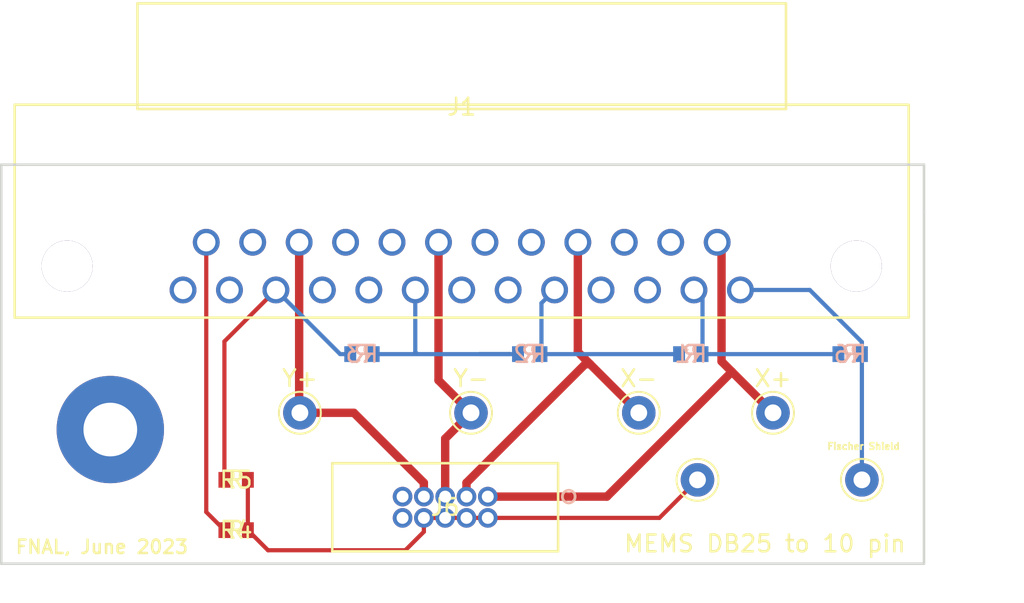
<source format=kicad_pcb>
(kicad_pcb (version 20171130) (host pcbnew "(5.1.10-1-10_14)")

  (general
    (thickness 1.6)
    (drawings 8)
    (tracks 58)
    (zones 0)
    (modules 15)
    (nets 12)
  )

  (page A4)
  (layers
    (0 F.Cu signal)
    (31 B.Cu signal)
    (32 B.Adhes user)
    (33 F.Adhes user)
    (34 B.Paste user)
    (35 F.Paste user)
    (36 B.SilkS user)
    (37 F.SilkS user)
    (38 B.Mask user)
    (39 F.Mask user)
    (40 Dwgs.User user)
    (41 Cmts.User user hide)
    (42 Eco1.User user)
    (43 Eco2.User user)
    (44 Edge.Cuts user)
    (45 Margin user)
    (46 B.CrtYd user)
    (47 F.CrtYd user)
    (48 B.Fab user)
    (49 F.Fab user)
  )

  (setup
    (last_trace_width 0.25)
    (trace_clearance 0.2)
    (zone_clearance 0.508)
    (zone_45_only no)
    (trace_min 0.2)
    (via_size 0.8)
    (via_drill 0.4)
    (via_min_size 0.4)
    (via_min_drill 0.3)
    (uvia_size 0.3)
    (uvia_drill 0.1)
    (uvias_allowed no)
    (uvia_min_size 0.2)
    (uvia_min_drill 0.1)
    (edge_width 0.05)
    (segment_width 0.2)
    (pcb_text_width 0.3)
    (pcb_text_size 1.5 1.5)
    (mod_edge_width 0.12)
    (mod_text_size 1 1)
    (mod_text_width 0.15)
    (pad_size 1.524 1.524)
    (pad_drill 0.762)
    (pad_to_mask_clearance 0)
    (aux_axis_origin 0 0)
    (visible_elements FFFFFF7F)
    (pcbplotparams
      (layerselection 0x010fc_ffffffff)
      (usegerberextensions false)
      (usegerberattributes true)
      (usegerberadvancedattributes true)
      (creategerberjobfile true)
      (excludeedgelayer true)
      (linewidth 0.100000)
      (plotframeref false)
      (viasonmask false)
      (mode 1)
      (useauxorigin false)
      (hpglpennumber 1)
      (hpglpenspeed 20)
      (hpglpendiameter 15.000000)
      (psnegative false)
      (psa4output false)
      (plotreference true)
      (plotvalue true)
      (plotinvisibletext false)
      (padsonsilk false)
      (subtractmaskfromsilk false)
      (outputformat 1)
      (mirror false)
      (drillshape 1)
      (scaleselection 1)
      (outputdirectory ""))
  )

  (net 0 "")
  (net 1 "Net-(J1-Pad25)")
  (net 2 "Net-(J1-Pad22)")
  (net 3 "Net-(J1-Pad19)")
  (net 4 "Net-(J1-Pad16)")
  (net 5 "Net-(J1-Pad14)")
  (net 6 "Net-(J1-Pad13)")
  (net 7 "Net-(J1-Pad12)")
  (net 8 "Net-(J1-Pad9)")
  (net 9 "Net-(J1-Pad6)")
  (net 10 "Net-(J1-Pad3)")
  (net 11 "Net-(J6-Pad2)")

  (net_class Default "This is the default net class."
    (clearance 0.2)
    (trace_width 0.25)
    (via_dia 0.8)
    (via_drill 0.4)
    (uvia_dia 0.3)
    (uvia_drill 0.1)
    (add_net "Net-(J1-Pad12)")
    (add_net "Net-(J1-Pad13)")
    (add_net "Net-(J1-Pad14)")
    (add_net "Net-(J1-Pad16)")
    (add_net "Net-(J1-Pad19)")
    (add_net "Net-(J1-Pad22)")
    (add_net "Net-(J1-Pad25)")
    (add_net "Net-(J1-Pad3)")
    (add_net "Net-(J1-Pad6)")
    (add_net "Net-(J1-Pad9)")
    (add_net "Net-(J6-Pad2)")
  )

  (module digikey_resistor_RMCF0603ZT0R00:digikey_resistor_RMCF0603ZT0R00 (layer B.Cu) (tedit 0) (tstamp 649AF00F)
    (at 181.6 90.5)
    (path /649AC217)
    (fp_text reference R6 (at 0 0) (layer B.SilkS)
      (effects (font (size 1 1) (thickness 0.15)) (justify mirror))
    )
    (fp_text value R (at 0 0) (layer B.SilkS)
      (effects (font (size 1 1) (thickness 0.15)) (justify mirror))
    )
    (fp_line (start -0.8509 0.4699) (end -0.8509 -0.4699) (layer B.Fab) (width 0.1524))
    (fp_line (start 0.8509 0.4699) (end -0.8509 0.4699) (layer B.Fab) (width 0.1524))
    (fp_line (start 0.8509 -0.4699) (end 0.8509 0.4699) (layer B.Fab) (width 0.1524))
    (fp_line (start -0.8509 -0.4699) (end 0.8509 -0.4699) (layer B.Fab) (width 0.1524))
    (fp_line (start 0.8509 0.4699) (end 0.3429 0.4699) (layer B.Fab) (width 0.1524))
    (fp_line (start 0.8509 -0.4699) (end 0.8509 0.4699) (layer B.Fab) (width 0.1524))
    (fp_line (start 0.3429 -0.4699) (end 0.8509 -0.4699) (layer B.Fab) (width 0.1524))
    (fp_line (start 0.3429 0.4699) (end 0.3429 -0.4699) (layer B.Fab) (width 0.1524))
    (fp_line (start -0.8509 -0.4699) (end -0.3429 -0.4699) (layer B.Fab) (width 0.1524))
    (fp_line (start -0.8509 0.4699) (end -0.8509 -0.4699) (layer B.Fab) (width 0.1524))
    (fp_line (start -0.3429 0.4699) (end -0.8509 0.4699) (layer B.Fab) (width 0.1524))
    (fp_line (start -0.3429 -0.4699) (end -0.3429 0.4699) (layer B.Fab) (width 0.1524))
    (fp_line (start 1.3081 -0.7239) (end -1.3081 -0.7239) (layer B.CrtYd) (width 0.1524))
    (fp_line (start 1.3081 0.7239) (end 1.3081 -0.7239) (layer B.CrtYd) (width 0.1524))
    (fp_line (start -1.3081 0.7239) (end 1.3081 0.7239) (layer B.CrtYd) (width 0.1524))
    (fp_line (start -1.3081 -0.7239) (end -1.3081 0.7239) (layer B.CrtYd) (width 0.1524))
    (fp_text user 0.027in/0.686mm (at 0 -3.5179) (layer Cmts.User)
      (effects (font (size 1 1) (thickness 0.15)))
    )
    (fp_text user 0.083in/2.108mm (at 0 3.5179) (layer Cmts.User)
      (effects (font (size 1 1) (thickness 0.15)))
    )
    (fp_text user 0.037in/0.94mm (at 3.8989 0) (layer Cmts.User)
      (effects (font (size 1 1) (thickness 0.15)))
    )
    (fp_text user "Copyright 2016 Accelerated Designs. All rights reserved." (at 0 0) (layer Cmts.User)
      (effects (font (size 0.127 0.127) (thickness 0.002)))
    )
    (pad 2 smd rect (at 0.6985 0) (size 0.7112 0.9398) (layers B.Cu B.Paste B.Mask)
      (net 6 "Net-(J1-Pad13)"))
    (pad 1 smd rect (at -0.6985 0) (size 0.7112 0.9398) (layers B.Cu B.Paste B.Mask)
      (net 7 "Net-(J1-Pad12)"))
  )

  (module Connector_Pin:Pin_D1.0mm_L10.0mm (layer F.Cu) (tedit 5A1DC084) (tstamp 649AB163)
    (at 182.3 98)
    (descr "solder Pin_ diameter 1.0mm, hole diameter 1.0mm (press fit), length 10.0mm")
    (tags "solder Pin_ press fit")
    (path /649B3132)
    (fp_text reference J8 (at 0 2.25) (layer Cmts.User)
      (effects (font (size 1 1) (thickness 0.15)))
    )
    (fp_text value "Fischer Shield" (at 0.1 -2) (layer F.SilkS)
      (effects (font (size 0.4 0.4) (thickness 0.1)))
    )
    (fp_circle (center 0 0) (end 1.25 0.05) (layer F.SilkS) (width 0.12))
    (fp_circle (center 0 0) (end 1 0) (layer F.Fab) (width 0.12))
    (fp_circle (center 0 0) (end 0.5 0) (layer F.Fab) (width 0.12))
    (fp_circle (center 0 0) (end 1.5 0) (layer F.CrtYd) (width 0.05))
    (fp_text user %R (at 0 2.25) (layer Cmts.User)
      (effects (font (size 1 1) (thickness 0.15)))
    )
    (pad 1 thru_hole circle (at 0 0) (size 2 2) (drill 1) (layers *.Cu *.Mask)
      (net 6 "Net-(J1-Pad13)"))
    (model ${KICAD6_3DMODEL_DIR}/Connector_Pin.3dshapes/Pin_D1.0mm_L10.0mm.wrl
      (at (xyz 0 0 0))
      (scale (xyz 1 1 1))
      (rotate (xyz 0 0 0))
    )
  )

  (module digikey_resistor_RMCF0603ZT0R00:digikey_resistor_RMCF0603ZT0R00 (layer F.Cu) (tedit 0) (tstamp 648A62F6)
    (at 145 98 180)
    (path /6489BB87)
    (fp_text reference R5 (at 0 0) (layer F.SilkS)
      (effects (font (size 1 1) (thickness 0.15)))
    )
    (fp_text value R (at 0 0) (layer F.SilkS)
      (effects (font (size 1 1) (thickness 0.15)))
    )
    (fp_line (start -0.8509 -0.4699) (end -0.8509 0.4699) (layer F.Fab) (width 0.1524))
    (fp_line (start 0.8509 -0.4699) (end -0.8509 -0.4699) (layer F.Fab) (width 0.1524))
    (fp_line (start 0.8509 0.4699) (end 0.8509 -0.4699) (layer F.Fab) (width 0.1524))
    (fp_line (start -0.8509 0.4699) (end 0.8509 0.4699) (layer F.Fab) (width 0.1524))
    (fp_line (start 0.8509 -0.4699) (end 0.3429 -0.4699) (layer F.Fab) (width 0.1524))
    (fp_line (start 0.8509 0.4699) (end 0.8509 -0.4699) (layer F.Fab) (width 0.1524))
    (fp_line (start 0.3429 0.4699) (end 0.8509 0.4699) (layer F.Fab) (width 0.1524))
    (fp_line (start 0.3429 -0.4699) (end 0.3429 0.4699) (layer F.Fab) (width 0.1524))
    (fp_line (start -0.8509 0.4699) (end -0.3429 0.4699) (layer F.Fab) (width 0.1524))
    (fp_line (start -0.8509 -0.4699) (end -0.8509 0.4699) (layer F.Fab) (width 0.1524))
    (fp_line (start -0.3429 -0.4699) (end -0.8509 -0.4699) (layer F.Fab) (width 0.1524))
    (fp_line (start -0.3429 0.4699) (end -0.3429 -0.4699) (layer F.Fab) (width 0.1524))
    (fp_line (start 1.3081 0.7239) (end -1.3081 0.7239) (layer F.CrtYd) (width 0.1524))
    (fp_line (start 1.3081 -0.7239) (end 1.3081 0.7239) (layer F.CrtYd) (width 0.1524))
    (fp_line (start -1.3081 -0.7239) (end 1.3081 -0.7239) (layer F.CrtYd) (width 0.1524))
    (fp_line (start -1.3081 0.7239) (end -1.3081 -0.7239) (layer F.CrtYd) (width 0.1524))
    (fp_text user 0.027in/0.686mm (at 0 3.5179) (layer Cmts.User)
      (effects (font (size 1 1) (thickness 0.15)))
    )
    (fp_text user 0.083in/2.108mm (at 0 -3.5179) (layer Cmts.User)
      (effects (font (size 1 1) (thickness 0.15)))
    )
    (fp_text user 0.037in/0.94mm (at 3.8989 0) (layer Cmts.User)
      (effects (font (size 1 1) (thickness 0.15)))
    )
    (fp_text user "Copyright 2016 Accelerated Designs. All rights reserved." (at 0 0) (layer Cmts.User)
      (effects (font (size 0.127 0.127) (thickness 0.002)))
    )
    (pad 2 smd rect (at 0.6985 0 180) (size 0.7112 0.9398) (layers F.Cu F.Paste F.Mask)
      (net 10 "Net-(J1-Pad3)"))
    (pad 1 smd rect (at -0.6985 0 180) (size 0.7112 0.9398) (layers F.Cu F.Paste F.Mask)
      (net 11 "Net-(J6-Pad2)"))
  )

  (module digikey_resistor_RMCF0603ZT0R00:digikey_resistor_RMCF0603ZT0R00 (layer F.Cu) (tedit 0) (tstamp 648A62DC)
    (at 145 101 180)
    (path /6489DA62)
    (fp_text reference R4 (at 0 0) (layer F.SilkS)
      (effects (font (size 1 1) (thickness 0.15)))
    )
    (fp_text value R (at 0 0) (layer F.SilkS)
      (effects (font (size 1 1) (thickness 0.15)))
    )
    (fp_line (start -0.8509 -0.4699) (end -0.8509 0.4699) (layer F.Fab) (width 0.1524))
    (fp_line (start 0.8509 -0.4699) (end -0.8509 -0.4699) (layer F.Fab) (width 0.1524))
    (fp_line (start 0.8509 0.4699) (end 0.8509 -0.4699) (layer F.Fab) (width 0.1524))
    (fp_line (start -0.8509 0.4699) (end 0.8509 0.4699) (layer F.Fab) (width 0.1524))
    (fp_line (start 0.8509 -0.4699) (end 0.3429 -0.4699) (layer F.Fab) (width 0.1524))
    (fp_line (start 0.8509 0.4699) (end 0.8509 -0.4699) (layer F.Fab) (width 0.1524))
    (fp_line (start 0.3429 0.4699) (end 0.8509 0.4699) (layer F.Fab) (width 0.1524))
    (fp_line (start 0.3429 -0.4699) (end 0.3429 0.4699) (layer F.Fab) (width 0.1524))
    (fp_line (start -0.8509 0.4699) (end -0.3429 0.4699) (layer F.Fab) (width 0.1524))
    (fp_line (start -0.8509 -0.4699) (end -0.8509 0.4699) (layer F.Fab) (width 0.1524))
    (fp_line (start -0.3429 -0.4699) (end -0.8509 -0.4699) (layer F.Fab) (width 0.1524))
    (fp_line (start -0.3429 0.4699) (end -0.3429 -0.4699) (layer F.Fab) (width 0.1524))
    (fp_line (start 1.3081 0.7239) (end -1.3081 0.7239) (layer F.CrtYd) (width 0.1524))
    (fp_line (start 1.3081 -0.7239) (end 1.3081 0.7239) (layer F.CrtYd) (width 0.1524))
    (fp_line (start -1.3081 -0.7239) (end 1.3081 -0.7239) (layer F.CrtYd) (width 0.1524))
    (fp_line (start -1.3081 0.7239) (end -1.3081 -0.7239) (layer F.CrtYd) (width 0.1524))
    (fp_text user 0.027in/0.686mm (at 0 3.5179) (layer Cmts.User)
      (effects (font (size 1 1) (thickness 0.15)))
    )
    (fp_text user 0.083in/2.108mm (at 0 -3.5179) (layer Cmts.User)
      (effects (font (size 1 1) (thickness 0.15)))
    )
    (fp_text user 0.037in/0.94mm (at 3.8989 0) (layer Cmts.User)
      (effects (font (size 1 1) (thickness 0.15)))
    )
    (fp_text user "Copyright 2016 Accelerated Designs. All rights reserved." (at 0 0) (layer Cmts.User)
      (effects (font (size 0.127 0.127) (thickness 0.002)))
    )
    (pad 2 smd rect (at 0.6985 0 180) (size 0.7112 0.9398) (layers F.Cu F.Paste F.Mask)
      (net 5 "Net-(J1-Pad14)"))
    (pad 1 smd rect (at -0.6985 0 180) (size 0.7112 0.9398) (layers F.Cu F.Paste F.Mask)
      (net 11 "Net-(J6-Pad2)"))
  )

  (module digikey_resistor_RMCF0603ZT0R00:digikey_resistor_RMCF0603ZT0R00 (layer B.Cu) (tedit 0) (tstamp 648A62C2)
    (at 152.5 90.5 180)
    (path /64892182)
    (fp_text reference R3 (at 0 0) (layer B.SilkS)
      (effects (font (size 1 1) (thickness 0.15)) (justify mirror))
    )
    (fp_text value R (at 0 0) (layer B.SilkS)
      (effects (font (size 1 1) (thickness 0.15)) (justify mirror))
    )
    (fp_line (start -0.8509 0.4699) (end -0.8509 -0.4699) (layer B.Fab) (width 0.1524))
    (fp_line (start 0.8509 0.4699) (end -0.8509 0.4699) (layer B.Fab) (width 0.1524))
    (fp_line (start 0.8509 -0.4699) (end 0.8509 0.4699) (layer B.Fab) (width 0.1524))
    (fp_line (start -0.8509 -0.4699) (end 0.8509 -0.4699) (layer B.Fab) (width 0.1524))
    (fp_line (start 0.8509 0.4699) (end 0.3429 0.4699) (layer B.Fab) (width 0.1524))
    (fp_line (start 0.8509 -0.4699) (end 0.8509 0.4699) (layer B.Fab) (width 0.1524))
    (fp_line (start 0.3429 -0.4699) (end 0.8509 -0.4699) (layer B.Fab) (width 0.1524))
    (fp_line (start 0.3429 0.4699) (end 0.3429 -0.4699) (layer B.Fab) (width 0.1524))
    (fp_line (start -0.8509 -0.4699) (end -0.3429 -0.4699) (layer B.Fab) (width 0.1524))
    (fp_line (start -0.8509 0.4699) (end -0.8509 -0.4699) (layer B.Fab) (width 0.1524))
    (fp_line (start -0.3429 0.4699) (end -0.8509 0.4699) (layer B.Fab) (width 0.1524))
    (fp_line (start -0.3429 -0.4699) (end -0.3429 0.4699) (layer B.Fab) (width 0.1524))
    (fp_line (start 1.3081 -0.7239) (end -1.3081 -0.7239) (layer B.CrtYd) (width 0.1524))
    (fp_line (start 1.3081 0.7239) (end 1.3081 -0.7239) (layer B.CrtYd) (width 0.1524))
    (fp_line (start -1.3081 0.7239) (end 1.3081 0.7239) (layer B.CrtYd) (width 0.1524))
    (fp_line (start -1.3081 -0.7239) (end -1.3081 0.7239) (layer B.CrtYd) (width 0.1524))
    (fp_text user 0.027in/0.686mm (at 0 -3.5179) (layer Cmts.User)
      (effects (font (size 1 1) (thickness 0.15)))
    )
    (fp_text user 0.083in/2.108mm (at 0 3.5179) (layer Cmts.User)
      (effects (font (size 1 1) (thickness 0.15)))
    )
    (fp_text user 0.037in/0.94mm (at 3.8989 0) (layer Cmts.User)
      (effects (font (size 1 1) (thickness 0.15)))
    )
    (fp_text user "Copyright 2016 Accelerated Designs. All rights reserved." (at 0 0) (layer Cmts.User)
      (effects (font (size 0.127 0.127) (thickness 0.002)))
    )
    (pad 2 smd rect (at 0.6985 0 180) (size 0.7112 0.9398) (layers B.Cu B.Paste B.Mask)
      (net 10 "Net-(J1-Pad3)"))
    (pad 1 smd rect (at -0.6985 0 180) (size 0.7112 0.9398) (layers B.Cu B.Paste B.Mask)
      (net 9 "Net-(J1-Pad6)"))
  )

  (module digikey_resistor_RMCF0603ZT0R00:digikey_resistor_RMCF0603ZT0R00 (layer B.Cu) (tedit 0) (tstamp 648A6E57)
    (at 162.5 90.5 180)
    (path /64891C1F)
    (fp_text reference R2 (at 0 0) (layer B.SilkS)
      (effects (font (size 1 1) (thickness 0.15)) (justify mirror))
    )
    (fp_text value R (at 0 0) (layer B.SilkS)
      (effects (font (size 1 1) (thickness 0.15)) (justify mirror))
    )
    (fp_line (start -0.8509 0.4699) (end -0.8509 -0.4699) (layer B.Fab) (width 0.1524))
    (fp_line (start 0.8509 0.4699) (end -0.8509 0.4699) (layer B.Fab) (width 0.1524))
    (fp_line (start 0.8509 -0.4699) (end 0.8509 0.4699) (layer B.Fab) (width 0.1524))
    (fp_line (start -0.8509 -0.4699) (end 0.8509 -0.4699) (layer B.Fab) (width 0.1524))
    (fp_line (start 0.8509 0.4699) (end 0.3429 0.4699) (layer B.Fab) (width 0.1524))
    (fp_line (start 0.8509 -0.4699) (end 0.8509 0.4699) (layer B.Fab) (width 0.1524))
    (fp_line (start 0.3429 -0.4699) (end 0.8509 -0.4699) (layer B.Fab) (width 0.1524))
    (fp_line (start 0.3429 0.4699) (end 0.3429 -0.4699) (layer B.Fab) (width 0.1524))
    (fp_line (start -0.8509 -0.4699) (end -0.3429 -0.4699) (layer B.Fab) (width 0.1524))
    (fp_line (start -0.8509 0.4699) (end -0.8509 -0.4699) (layer B.Fab) (width 0.1524))
    (fp_line (start -0.3429 0.4699) (end -0.8509 0.4699) (layer B.Fab) (width 0.1524))
    (fp_line (start -0.3429 -0.4699) (end -0.3429 0.4699) (layer B.Fab) (width 0.1524))
    (fp_line (start 1.3081 -0.7239) (end -1.3081 -0.7239) (layer B.CrtYd) (width 0.1524))
    (fp_line (start 1.3081 0.7239) (end 1.3081 -0.7239) (layer B.CrtYd) (width 0.1524))
    (fp_line (start -1.3081 0.7239) (end 1.3081 0.7239) (layer B.CrtYd) (width 0.1524))
    (fp_line (start -1.3081 -0.7239) (end -1.3081 0.7239) (layer B.CrtYd) (width 0.1524))
    (fp_text user 0.027in/0.686mm (at 0 -3.5179) (layer Cmts.User)
      (effects (font (size 1 1) (thickness 0.15)))
    )
    (fp_text user 0.083in/2.108mm (at 0 3.5179) (layer Cmts.User)
      (effects (font (size 1 1) (thickness 0.15)))
    )
    (fp_text user 0.037in/0.94mm (at 3.8989 0) (layer Cmts.User)
      (effects (font (size 1 1) (thickness 0.15)))
    )
    (fp_text user "Copyright 2016 Accelerated Designs. All rights reserved." (at 0 0) (layer Cmts.User)
      (effects (font (size 0.127 0.127) (thickness 0.002)))
    )
    (pad 2 smd rect (at 0.6985 0 180) (size 0.7112 0.9398) (layers B.Cu B.Paste B.Mask)
      (net 9 "Net-(J1-Pad6)"))
    (pad 1 smd rect (at -0.6985 0 180) (size 0.7112 0.9398) (layers B.Cu B.Paste B.Mask)
      (net 8 "Net-(J1-Pad9)"))
  )

  (module digikey_resistor_RMCF0603ZT0R00:digikey_resistor_RMCF0603ZT0R00 (layer B.Cu) (tedit 0) (tstamp 648A628E)
    (at 172.1 90.5)
    (path /648908F4)
    (fp_text reference R1 (at 0 0) (layer B.SilkS)
      (effects (font (size 1 1) (thickness 0.15)) (justify mirror))
    )
    (fp_text value R (at 0 0) (layer B.SilkS)
      (effects (font (size 1 1) (thickness 0.15)) (justify mirror))
    )
    (fp_line (start -0.8509 0.4699) (end -0.8509 -0.4699) (layer B.Fab) (width 0.1524))
    (fp_line (start 0.8509 0.4699) (end -0.8509 0.4699) (layer B.Fab) (width 0.1524))
    (fp_line (start 0.8509 -0.4699) (end 0.8509 0.4699) (layer B.Fab) (width 0.1524))
    (fp_line (start -0.8509 -0.4699) (end 0.8509 -0.4699) (layer B.Fab) (width 0.1524))
    (fp_line (start 0.8509 0.4699) (end 0.3429 0.4699) (layer B.Fab) (width 0.1524))
    (fp_line (start 0.8509 -0.4699) (end 0.8509 0.4699) (layer B.Fab) (width 0.1524))
    (fp_line (start 0.3429 -0.4699) (end 0.8509 -0.4699) (layer B.Fab) (width 0.1524))
    (fp_line (start 0.3429 0.4699) (end 0.3429 -0.4699) (layer B.Fab) (width 0.1524))
    (fp_line (start -0.8509 -0.4699) (end -0.3429 -0.4699) (layer B.Fab) (width 0.1524))
    (fp_line (start -0.8509 0.4699) (end -0.8509 -0.4699) (layer B.Fab) (width 0.1524))
    (fp_line (start -0.3429 0.4699) (end -0.8509 0.4699) (layer B.Fab) (width 0.1524))
    (fp_line (start -0.3429 -0.4699) (end -0.3429 0.4699) (layer B.Fab) (width 0.1524))
    (fp_line (start 1.3081 -0.7239) (end -1.3081 -0.7239) (layer B.CrtYd) (width 0.1524))
    (fp_line (start 1.3081 0.7239) (end 1.3081 -0.7239) (layer B.CrtYd) (width 0.1524))
    (fp_line (start -1.3081 0.7239) (end 1.3081 0.7239) (layer B.CrtYd) (width 0.1524))
    (fp_line (start -1.3081 -0.7239) (end -1.3081 0.7239) (layer B.CrtYd) (width 0.1524))
    (fp_text user 0.027in/0.686mm (at 0 -3.5179) (layer Cmts.User)
      (effects (font (size 1 1) (thickness 0.15)))
    )
    (fp_text user 0.083in/2.108mm (at 0 3.5179) (layer Cmts.User)
      (effects (font (size 1 1) (thickness 0.15)))
    )
    (fp_text user 0.037in/0.94mm (at 3.8989 0) (layer Cmts.User)
      (effects (font (size 1 1) (thickness 0.15)))
    )
    (fp_text user "Copyright 2016 Accelerated Designs. All rights reserved." (at 0 0) (layer Cmts.User)
      (effects (font (size 0.127 0.127) (thickness 0.002)))
    )
    (pad 2 smd rect (at 0.6985 0) (size 0.7112 0.9398) (layers B.Cu B.Paste B.Mask)
      (net 7 "Net-(J1-Pad12)"))
    (pad 1 smd rect (at -0.6985 0) (size 0.7112 0.9398) (layers B.Cu B.Paste B.Mask)
      (net 8 "Net-(J1-Pad9)"))
  )

  (module Connector_Pin:Pin_D1.0mm_L10.0mm (layer F.Cu) (tedit 5A1DC084) (tstamp 648A6274)
    (at 172.5 98)
    (descr "solder Pin_ diameter 1.0mm, hole diameter 1.0mm (press fit), length 10.0mm")
    (tags "solder Pin_ press fit")
    (path /648973B6)
    (fp_text reference J7 (at 0 2.25) (layer Cmts.User)
      (effects (font (size 1 1) (thickness 0.15)))
    )
    (fp_text value GND (at 0 -2.05) (layer F.Fab)
      (effects (font (size 1 1) (thickness 0.15)))
    )
    (fp_circle (center 0 0) (end 1.25 0.05) (layer F.SilkS) (width 0.12))
    (fp_circle (center 0 0) (end 1 0) (layer F.Fab) (width 0.12))
    (fp_circle (center 0 0) (end 0.5 0) (layer F.Fab) (width 0.12))
    (fp_circle (center 0 0) (end 1.5 0) (layer F.CrtYd) (width 0.05))
    (fp_text user %R (at 0 2.25) (layer Cmts.User)
      (effects (font (size 1 1) (thickness 0.15)))
    )
    (pad 1 thru_hole circle (at 0 0) (size 2 2) (drill 1) (layers *.Cu *.Mask)
      (net 11 "Net-(J6-Pad2)"))
    (model ${KICAD6_3DMODEL_DIR}/Connector_Pin.3dshapes/Pin_D1.0mm_L10.0mm.wrl
      (at (xyz 0 0 0))
      (scale (xyz 1 1 1))
      (rotate (xyz 0 0 0))
    )
  )

  (module digikey_10pin_1175-1627-ND:digikey_10pin_1175-1627-ND (layer F.Cu) (tedit 0) (tstamp 648A626A)
    (at 160 99 180)
    (path /64882BF5)
    (fp_text reference J6 (at 2.54 -0.635) (layer F.SilkS)
      (effects (font (size 1 1) (thickness 0.15)))
    )
    (fp_text value 3220-10-0100-00 (at 2.54 -0.635) (layer Cmts.User)
      (effects (font (size 1 1) (thickness 0.15)))
    )
    (fp_line (start -4.318 -3.3909) (end -4.318 2.1209) (layer F.CrtYd) (width 0.1524))
    (fp_line (start -4.318 2.1209) (end 9.398 2.1209) (layer F.CrtYd) (width 0.1524))
    (fp_line (start 9.398 2.1209) (end 9.398 -3.3909) (layer F.CrtYd) (width 0.1524))
    (fp_line (start 9.398 -3.3909) (end -4.318 -3.3909) (layer F.CrtYd) (width 0.1524))
    (fp_line (start -4.191 1.9939) (end 9.271 1.9939) (layer F.SilkS) (width 0.1524))
    (fp_line (start 9.271 1.9939) (end 9.271 -3.2639) (layer F.SilkS) (width 0.1524))
    (fp_line (start 9.271 -3.2639) (end -4.191 -3.2639) (layer F.SilkS) (width 0.1524))
    (fp_line (start -4.191 -3.2639) (end -4.191 1.9939) (layer F.SilkS) (width 0.1524))
    (fp_line (start -4.064 1.8669) (end 9.144 1.8669) (layer F.Fab) (width 0.1524))
    (fp_line (start 9.144 1.8669) (end 9.144 -3.1369) (layer F.Fab) (width 0.1524))
    (fp_line (start 9.144 -3.1369) (end -4.064 -3.1369) (layer F.Fab) (width 0.1524))
    (fp_line (start -4.064 -3.1369) (end -4.064 1.8669) (layer F.Fab) (width 0.1524))
    (fp_circle (center -4.826 0) (end -4.445 0) (layer F.SilkS) (width 0.1524))
    (fp_circle (center -4.826 0) (end -4.445 0) (layer B.SilkS) (width 0.1524))
    (fp_circle (center 0 1.905) (end 0.381 1.905) (layer F.Fab) (width 0.1524))
    (fp_text user "Copyright 2016 Accelerated Designs. All rights reserved." (at 0 0) (layer Cmts.User)
      (effects (font (size 0.127 0.127) (thickness 0.002)))
    )
    (pad 1 thru_hole circle (at 0 0 180) (size 1.1684 1.1684) (drill 0.7112) (layers *.Cu *.Mask)
      (net 1 "Net-(J1-Pad25)"))
    (pad 2 thru_hole circle (at 0 -1.27 180) (size 1.1684 1.1684) (drill 0.7112) (layers *.Cu *.Mask)
      (net 11 "Net-(J6-Pad2)"))
    (pad 3 thru_hole circle (at 1.27 0 180) (size 1.1684 1.1684) (drill 0.7112) (layers *.Cu *.Mask)
      (net 2 "Net-(J1-Pad22)"))
    (pad 4 thru_hole circle (at 1.27 -1.27 180) (size 1.1684 1.1684) (drill 0.7112) (layers *.Cu *.Mask)
      (net 11 "Net-(J6-Pad2)"))
    (pad 5 thru_hole circle (at 2.54 0 180) (size 1.1684 1.1684) (drill 0.7112) (layers *.Cu *.Mask)
      (net 3 "Net-(J1-Pad19)"))
    (pad 6 thru_hole circle (at 2.54 -1.27 180) (size 1.1684 1.1684) (drill 0.7112) (layers *.Cu *.Mask)
      (net 11 "Net-(J6-Pad2)"))
    (pad 7 thru_hole circle (at 3.81 0 180) (size 1.1684 1.1684) (drill 0.7112) (layers *.Cu *.Mask)
      (net 4 "Net-(J1-Pad16)"))
    (pad 8 thru_hole circle (at 3.81 -1.27 180) (size 1.1684 1.1684) (drill 0.7112) (layers *.Cu *.Mask)
      (net 11 "Net-(J6-Pad2)"))
    (pad 9 thru_hole circle (at 5.08 0 180) (size 1.1684 1.1684) (drill 0.7112) (layers *.Cu *.Mask))
    (pad 10 thru_hole circle (at 5.08 -1.27 180) (size 1.1684 1.1684) (drill 0.7112) (layers *.Cu *.Mask))
  )

  (module Connector_Pin:Pin_D1.0mm_L10.0mm (layer F.Cu) (tedit 5A1DC084) (tstamp 648A624C)
    (at 148.8 94)
    (descr "solder Pin_ diameter 1.0mm, hole diameter 1.0mm (press fit), length 10.0mm")
    (tags "solder Pin_ press fit")
    (path /6487AE98)
    (fp_text reference J5 (at 0 2.25) (layer Cmts.User)
      (effects (font (size 1 1) (thickness 0.15)))
    )
    (fp_text value Y+ (at 0 -2.05) (layer F.SilkS)
      (effects (font (size 1 1) (thickness 0.15)))
    )
    (fp_circle (center 0 0) (end 1.25 0.05) (layer F.SilkS) (width 0.12))
    (fp_circle (center 0 0) (end 1 0) (layer F.Fab) (width 0.12))
    (fp_circle (center 0 0) (end 0.5 0) (layer F.Fab) (width 0.12))
    (fp_circle (center 0 0) (end 1.5 0) (layer F.CrtYd) (width 0.05))
    (fp_text user %R (at 0 2.25) (layer F.Fab)
      (effects (font (size 1 1) (thickness 0.15)))
    )
    (pad 1 thru_hole circle (at 0 0) (size 2 2) (drill 1) (layers *.Cu *.Mask)
      (net 4 "Net-(J1-Pad16)"))
    (model ${KICAD6_3DMODEL_DIR}/Connector_Pin.3dshapes/Pin_D1.0mm_L10.0mm.wrl
      (at (xyz 0 0 0))
      (scale (xyz 1 1 1))
      (rotate (xyz 0 0 0))
    )
  )

  (module Connector_Pin:Pin_D1.0mm_L10.0mm (layer F.Cu) (tedit 5A1DC084) (tstamp 648A6242)
    (at 159 94)
    (descr "solder Pin_ diameter 1.0mm, hole diameter 1.0mm (press fit), length 10.0mm")
    (tags "solder Pin_ press fit")
    (path /6487A76A)
    (fp_text reference J4 (at 0 2.25) (layer Cmts.User)
      (effects (font (size 1 1) (thickness 0.15)))
    )
    (fp_text value Y- (at 0 -2.05) (layer F.SilkS)
      (effects (font (size 1 1) (thickness 0.15)))
    )
    (fp_circle (center 0 0) (end 1.25 0.05) (layer F.SilkS) (width 0.12))
    (fp_circle (center 0 0) (end 1 0) (layer F.Fab) (width 0.12))
    (fp_circle (center 0 0) (end 0.5 0) (layer F.Fab) (width 0.12))
    (fp_circle (center 0 0) (end 1.5 0) (layer F.CrtYd) (width 0.05))
    (fp_text user %R (at 0 2.25) (layer Cmts.User)
      (effects (font (size 1 1) (thickness 0.15)))
    )
    (pad 1 thru_hole circle (at 0 0) (size 2 2) (drill 1) (layers *.Cu *.Mask)
      (net 3 "Net-(J1-Pad19)"))
    (model ${KICAD6_3DMODEL_DIR}/Connector_Pin.3dshapes/Pin_D1.0mm_L10.0mm.wrl
      (at (xyz 0 0 0))
      (scale (xyz 1 1 1))
      (rotate (xyz 0 0 0))
    )
  )

  (module Connector_Pin:Pin_D1.0mm_L10.0mm (layer F.Cu) (tedit 5A1DC084) (tstamp 648A6238)
    (at 169 94)
    (descr "solder Pin_ diameter 1.0mm, hole diameter 1.0mm (press fit), length 10.0mm")
    (tags "solder Pin_ press fit")
    (path /64879E9B)
    (fp_text reference J3 (at 0 2.25) (layer Cmts.User)
      (effects (font (size 1 1) (thickness 0.15)))
    )
    (fp_text value X- (at 0 -2.05) (layer F.SilkS)
      (effects (font (size 1 1) (thickness 0.15)))
    )
    (fp_circle (center 0 0) (end 1.25 0.05) (layer F.SilkS) (width 0.12))
    (fp_circle (center 0 0) (end 1 0) (layer F.Fab) (width 0.12))
    (fp_circle (center 0 0) (end 0.5 0) (layer F.Fab) (width 0.12))
    (fp_circle (center 0 0) (end 1.5 0) (layer F.CrtYd) (width 0.05))
    (fp_text user %R (at 0 2.25) (layer Cmts.User)
      (effects (font (size 1 1) (thickness 0.15)))
    )
    (pad 1 thru_hole circle (at 0 0) (size 2 2) (drill 1) (layers *.Cu *.Mask)
      (net 2 "Net-(J1-Pad22)"))
    (model ${KICAD6_3DMODEL_DIR}/Connector_Pin.3dshapes/Pin_D1.0mm_L10.0mm.wrl
      (at (xyz 0 0 0))
      (scale (xyz 1 1 1))
      (rotate (xyz 0 0 0))
    )
  )

  (module Connector_Pin:Pin_D1.0mm_L10.0mm (layer F.Cu) (tedit 5A1DC084) (tstamp 648A622E)
    (at 177 94)
    (descr "solder Pin_ diameter 1.0mm, hole diameter 1.0mm (press fit), length 10.0mm")
    (tags "solder Pin_ press fit")
    (path /64878A0C)
    (fp_text reference J2 (at 0 2.25) (layer Cmts.User)
      (effects (font (size 1 1) (thickness 0.15)))
    )
    (fp_text value X+ (at 0 -2.05) (layer F.SilkS)
      (effects (font (size 1 1) (thickness 0.15)))
    )
    (fp_circle (center 0 0) (end 1.25 0.05) (layer F.SilkS) (width 0.12))
    (fp_circle (center 0 0) (end 1 0) (layer F.Fab) (width 0.12))
    (fp_circle (center 0 0) (end 0.5 0) (layer F.Fab) (width 0.12))
    (fp_circle (center 0 0) (end 1.5 0) (layer F.CrtYd) (width 0.05))
    (fp_text user %R (at 0 2.25) (layer Cmts.User)
      (effects (font (size 1 1) (thickness 0.15)))
    )
    (pad 1 thru_hole circle (at 0 0) (size 2 2) (drill 1) (layers *.Cu *.Mask)
      (net 1 "Net-(J1-Pad25)"))
    (model ${KICAD6_3DMODEL_DIR}/Connector_Pin.3dshapes/Pin_D1.0mm_L10.0mm.wrl
      (at (xyz 0 0 0))
      (scale (xyz 1 1 1))
      (rotate (xyz 0 0 0))
    )
  )

  (module digikey_DSub_NOR1137-ND:digikey_DSub_NOR1137-ND (layer F.Cu) (tedit 0) (tstamp 649AED4F)
    (at 158.44614 75.75)
    (path /64884101)
    (fp_text reference J1 (at 0 0) (layer F.SilkS)
      (effects (font (size 1 1) (thickness 0.15)))
    )
    (fp_text value DB25_Female_MountingHoles (at 0.1 0) (layer Cmts.User)
      (effects (font (size 1 1) (thickness 0.15)))
    )
    (fp_line (start -19.2024 -6.0452) (end -19.2024 0) (layer F.Fab) (width 0.1524))
    (fp_line (start 19.2024 -6.0452) (end -19.2024 -6.0452) (layer F.Fab) (width 0.1524))
    (fp_line (start 19.2024 0) (end 19.2024 -6.0452) (layer F.Fab) (width 0.1524))
    (fp_line (start -19.2024 0) (end 19.2024 0) (layer F.Fab) (width 0.1524))
    (fp_line (start -19.3294 -6.1722) (end -19.3294 0.127) (layer F.SilkS) (width 0.1524))
    (fp_line (start 19.3294 -6.1722) (end -19.3294 -6.1722) (layer F.SilkS) (width 0.1524))
    (fp_line (start 19.3294 0.127) (end 19.3294 -6.1722) (layer F.SilkS) (width 0.1524))
    (fp_line (start -19.3294 0.127) (end 19.3294 0.127) (layer F.SilkS) (width 0.1524))
    (fp_line (start -26.5176 0) (end -26.5176 12.446) (layer F.Fab) (width 0.1524))
    (fp_line (start 26.5176 0) (end -26.5176 0) (layer F.Fab) (width 0.1524))
    (fp_line (start 26.5176 12.446) (end 26.5176 0) (layer F.Fab) (width 0.1524))
    (fp_line (start -26.5176 12.446) (end 26.5176 12.446) (layer F.Fab) (width 0.1524))
    (fp_line (start -26.6446 -0.127) (end -26.6446 12.573) (layer F.SilkS) (width 0.1524))
    (fp_line (start 26.6446 -0.127) (end -26.6446 -0.127) (layer F.SilkS) (width 0.1524))
    (fp_line (start 26.6446 12.573) (end 26.6446 -0.127) (layer F.SilkS) (width 0.1524))
    (fp_line (start -26.6446 12.573) (end 26.6446 12.573) (layer F.SilkS) (width 0.1524))
    (fp_line (start -15.9766 12.446) (end -16.6116 13.716) (layer F.Fab) (width 0.1524))
    (fp_line (start -17.2466 12.446) (end -16.6116 13.716) (layer F.Fab) (width 0.1524))
    (fp_line (start 26.7716 12.7) (end 26.7716 -6.2992) (layer F.CrtYd) (width 0.1524))
    (fp_line (start -26.7716 12.7) (end 26.7716 12.7) (layer F.CrtYd) (width 0.1524))
    (fp_line (start -26.7716 -6.2992) (end -26.7716 12.7) (layer F.CrtYd) (width 0.1524))
    (fp_line (start 26.7716 -6.2992) (end -26.7716 -6.2992) (layer F.CrtYd) (width 0.1524))
    (fp_text user "Copyright 2016 Accelerated Designs. All rights reserved." (at 0 0) (layer Cmts.User)
      (effects (font (size 0.127 0.127) (thickness 0.002)))
    )
    (pad 27 thru_hole circle (at 23.5204 9.4996) (size 3.048 3.048) (drill 3.048) (layers *.Cu *.Mask))
    (pad 26 thru_hole circle (at -23.5204 9.4996) (size 3.048 3.048) (drill 3.048) (layers *.Cu *.Mask))
    (pad 25 thru_hole circle (at 15.2273 8.0772) (size 1.6002 1.6002) (drill 1.0922) (layers *.Cu *.Mask)
      (net 1 "Net-(J1-Pad25)"))
    (pad 24 thru_hole circle (at 12.4587 8.0772) (size 1.6002 1.6002) (drill 1.0922) (layers *.Cu *.Mask))
    (pad 23 thru_hole circle (at 9.6901 8.0772) (size 1.6002 1.6002) (drill 1.0922) (layers *.Cu *.Mask))
    (pad 22 thru_hole circle (at 6.9215 8.0772) (size 1.6002 1.6002) (drill 1.0922) (layers *.Cu *.Mask)
      (net 2 "Net-(J1-Pad22)"))
    (pad 21 thru_hole circle (at 4.1529 8.0772) (size 1.6002 1.6002) (drill 1.0922) (layers *.Cu *.Mask))
    (pad 20 thru_hole circle (at 1.3843 8.0772) (size 1.6002 1.6002) (drill 1.0922) (layers *.Cu *.Mask))
    (pad 19 thru_hole circle (at -1.3843 8.0772) (size 1.6002 1.6002) (drill 1.0922) (layers *.Cu *.Mask)
      (net 3 "Net-(J1-Pad19)"))
    (pad 18 thru_hole circle (at -4.1529 8.0772) (size 1.6002 1.6002) (drill 1.0922) (layers *.Cu *.Mask))
    (pad 17 thru_hole circle (at -6.9215 8.0772) (size 1.6002 1.6002) (drill 1.0922) (layers *.Cu *.Mask))
    (pad 16 thru_hole circle (at -9.6901 8.0772) (size 1.6002 1.6002) (drill 1.0922) (layers *.Cu *.Mask)
      (net 4 "Net-(J1-Pad16)"))
    (pad 15 thru_hole circle (at -12.4587 8.0772) (size 1.6002 1.6002) (drill 1.0922) (layers *.Cu *.Mask))
    (pad 14 thru_hole circle (at -15.2273 8.0772) (size 1.6002 1.6002) (drill 1.0922) (layers *.Cu *.Mask)
      (net 5 "Net-(J1-Pad14)"))
    (pad 13 thru_hole circle (at 16.6116 10.922) (size 1.6002 1.6002) (drill 1.0922) (layers *.Cu *.Mask)
      (net 6 "Net-(J1-Pad13)"))
    (pad 12 thru_hole circle (at 13.843 10.922) (size 1.6002 1.6002) (drill 1.0922) (layers *.Cu *.Mask)
      (net 7 "Net-(J1-Pad12)"))
    (pad 11 thru_hole circle (at 11.0744 10.922) (size 1.6002 1.6002) (drill 1.0922) (layers *.Cu *.Mask))
    (pad 10 thru_hole circle (at 8.3058 10.922) (size 1.6002 1.6002) (drill 1.0922) (layers *.Cu *.Mask))
    (pad 9 thru_hole circle (at 5.5372 10.922) (size 1.6002 1.6002) (drill 1.0922) (layers *.Cu *.Mask)
      (net 8 "Net-(J1-Pad9)"))
    (pad 8 thru_hole circle (at 2.7686 10.922) (size 1.6002 1.6002) (drill 1.0922) (layers *.Cu *.Mask))
    (pad 7 thru_hole circle (at 0 10.922) (size 1.6002 1.6002) (drill 1.0922) (layers *.Cu *.Mask))
    (pad 6 thru_hole circle (at -2.7686 10.922) (size 1.6002 1.6002) (drill 1.0922) (layers *.Cu *.Mask)
      (net 9 "Net-(J1-Pad6)"))
    (pad 5 thru_hole circle (at -5.5372 10.922) (size 1.6002 1.6002) (drill 1.0922) (layers *.Cu *.Mask))
    (pad 4 thru_hole circle (at -8.3058 10.922) (size 1.6002 1.6002) (drill 1.0922) (layers *.Cu *.Mask))
    (pad 3 thru_hole circle (at -11.0744 10.922) (size 1.6002 1.6002) (drill 1.0922) (layers *.Cu *.Mask)
      (net 10 "Net-(J1-Pad3)"))
    (pad 2 thru_hole circle (at -13.843 10.922) (size 1.6002 1.6002) (drill 1.0922) (layers *.Cu *.Mask))
    (pad 1 thru_hole circle (at -16.6116 10.922) (size 1.6002 1.6002) (drill 1.0922) (layers *.Cu *.Mask))
  )

  (module MountingHole:MountingHole_3.2mm_M3_Pad (layer F.Cu) (tedit 56D1B4CB) (tstamp 648A61EE)
    (at 137.5 95)
    (descr "Mounting Hole 3.2mm, M3")
    (tags "mounting hole 3.2mm m3")
    (path /648A3027)
    (attr virtual)
    (fp_text reference H1 (at 0 -4.2) (layer Cmts.User)
      (effects (font (size 1 1) (thickness 0.15)))
    )
    (fp_text value MountingHole (at 0 4.2) (layer F.Fab)
      (effects (font (size 1 1) (thickness 0.15)))
    )
    (fp_circle (center 0 0) (end 3.45 0) (layer F.CrtYd) (width 0.05))
    (fp_circle (center 0 0) (end 3.2 0) (layer Cmts.User) (width 0.15))
    (fp_text user %R (at 0.3 0) (layer F.Fab)
      (effects (font (size 1 1) (thickness 0.15)))
    )
    (pad 1 thru_hole circle (at 0 0) (size 6.4 6.4) (drill 3.2) (layers *.Cu *.Mask))
  )

  (gr_line (start 186 79.2) (end 186 82) (layer Edge.Cuts) (width 0.15) (tstamp 649B02D0))
  (gr_line (start 131 79.2) (end 131 82) (layer Edge.Cuts) (width 0.15) (tstamp 649B02CC))
  (gr_line (start 131 82) (end 131 103) (layer Edge.Cuts) (width 0.15) (tstamp 649AECCB))
  (gr_line (start 186 82) (end 186 103) (layer Edge.Cuts) (width 0.15) (tstamp 649AECCA))
  (gr_line (start 186 103) (end 131 103) (layer Edge.Cuts) (width 0.15))
  (gr_line (start 131 79.2) (end 186 79.2) (layer Edge.Cuts) (width 0.15) (tstamp 649B0293))
  (gr_text "FNAL, June 2023" (at 137 102) (layer F.SilkS)
    (effects (font (size 0.8 0.8) (thickness 0.15)))
  )
  (gr_text "\nMEMS DB25 to 10 pin\n" (at 185 101) (layer F.SilkS)
    (effects (font (size 1 1) (thickness 0.15)) (justify right))
  )

  (segment (start 173.932639 84.086399) (end 173.67344 83.8272) (width 0.25) (layer B.Cu) (net 1))
  (segment (start 173.932639 90.932639) (end 173.932639 84.086399) (width 0.5) (layer F.Cu) (net 1))
  (segment (start 167.1 99) (end 174.55 91.55) (width 0.5) (layer F.Cu) (net 1))
  (segment (start 160 99) (end 167.1 99) (width 0.5) (layer F.Cu) (net 1))
  (segment (start 174.55 91.55) (end 173.932639 90.932639) (width 0.5) (layer F.Cu) (net 1))
  (segment (start 177 94) (end 174.55 91.55) (width 0.5) (layer F.Cu) (net 1))
  (segment (start 165.36764 83.8272) (end 165.36764 90.36764) (width 0.5) (layer F.Cu) (net 2))
  (segment (start 158.73 98.173817) (end 165.803817 91.1) (width 0.5) (layer F.Cu) (net 2))
  (segment (start 165.803817 91.1) (end 166.1 91.1) (width 0.5) (layer F.Cu) (net 2))
  (segment (start 158.73 99) (end 158.73 98.173817) (width 0.5) (layer F.Cu) (net 2))
  (segment (start 166.1 91.1) (end 169 94) (width 0.5) (layer F.Cu) (net 2))
  (segment (start 165.36764 90.36764) (end 166.1 91.1) (width 0.5) (layer F.Cu) (net 2))
  (segment (start 157.06184 92.06184) (end 159 94) (width 0.5) (layer F.Cu) (net 3))
  (segment (start 157.06184 83.8272) (end 157.06184 92.06184) (width 0.5) (layer F.Cu) (net 3))
  (segment (start 157.46 95.54) (end 159 94) (width 0.5) (layer F.Cu) (net 3))
  (segment (start 157.46 99) (end 157.46 95.54) (width 0.5) (layer F.Cu) (net 3))
  (segment (start 148.499999 83.945561) (end 148.65604 83.78952) (width 0.25) (layer F.Cu) (net 4))
  (segment (start 148.75604 93.95604) (end 148.8 94) (width 0.25) (layer B.Cu) (net 4))
  (segment (start 148.75604 83.8272) (end 148.75604 93.95604) (width 0.5) (layer F.Cu) (net 4))
  (segment (start 152.016183 94) (end 148.8 94) (width 0.5) (layer F.Cu) (net 4))
  (segment (start 156.19 98.173817) (end 152.016183 94) (width 0.5) (layer F.Cu) (net 4))
  (segment (start 156.19 99) (end 156.19 98.173817) (width 0.5) (layer F.Cu) (net 4))
  (segment (start 143.21884 99.91734) (end 144.3015 101) (width 0.25) (layer F.Cu) (net 5))
  (segment (start 143.21884 83.8272) (end 143.21884 99.91734) (width 0.25) (layer F.Cu) (net 5))
  (segment (start 179.1904 86.672) (end 175.05774 86.672) (width 0.25) (layer B.Cu) (net 6))
  (segment (start 182.2985 89.7801) (end 179.1904 86.672) (width 0.25) (layer B.Cu) (net 6))
  (segment (start 182.2985 90.5) (end 182.2985 89.7801) (width 0.25) (layer B.Cu) (net 6))
  (segment (start 182.2985 97.9985) (end 182.3 98) (width 0.25) (layer B.Cu) (net 6))
  (segment (start 182.2985 90.5) (end 182.2985 97.9985) (width 0.25) (layer B.Cu) (net 6))
  (segment (start 172.7985 87.18136) (end 172.28914 86.672) (width 0.25) (layer B.Cu) (net 7))
  (segment (start 172.7985 90.5) (end 172.7985 87.18136) (width 0.25) (layer B.Cu) (net 7))
  (segment (start 172.7985 90.5) (end 180.9015 90.5) (width 0.25) (layer B.Cu) (net 7))
  (segment (start 163.1985 87.45684) (end 163.98334 86.672) (width 0.25) (layer B.Cu) (net 8))
  (segment (start 163.1985 90.5) (end 163.1985 87.45684) (width 0.25) (layer B.Cu) (net 8))
  (segment (start 163.1985 90.5) (end 171.4015 90.5) (width 0.25) (layer B.Cu) (net 8))
  (segment (start 161.3 90.5) (end 161.8015 90.5) (width 0.25) (layer B.Cu) (net 9))
  (segment (start 159.50554 90.5) (end 161.3 90.5) (width 0.25) (layer B.Cu) (net 9))
  (segment (start 155.67754 90.37754) (end 155.8 90.5) (width 0.25) (layer B.Cu) (net 9))
  (segment (start 155.67754 86.672) (end 155.67754 90.37754) (width 0.25) (layer B.Cu) (net 9))
  (segment (start 155.8 90.5) (end 161.3 90.5) (width 0.25) (layer B.Cu) (net 9))
  (segment (start 153.1985 90.5) (end 155.8 90.5) (width 0.25) (layer B.Cu) (net 9))
  (segment (start 144.3015 89.74224) (end 147.37174 86.672) (width 0.25) (layer F.Cu) (net 10))
  (segment (start 144.3015 98) (end 144.3015 89.74224) (width 0.25) (layer F.Cu) (net 10))
  (segment (start 151.19974 90.5) (end 151.8015 90.5) (width 0.25) (layer B.Cu) (net 10))
  (segment (start 147.37174 86.672) (end 151.19974 90.5) (width 0.25) (layer B.Cu) (net 10))
  (segment (start 157.5 99.96) (end 157.46 100) (width 0.25) (layer F.Cu) (net 11))
  (segment (start 156.19 99.924382) (end 156.19 100) (width 0.25) (layer F.Cu) (net 11))
  (segment (start 145.6985 101) (end 145.6985 98) (width 0.25) (layer F.Cu) (net 11))
  (segment (start 156.19 101.096183) (end 156.19 100.27) (width 0.25) (layer F.Cu) (net 11))
  (segment (start 145.6985 101) (end 145.877701 101.179201) (width 0.25) (layer F.Cu) (net 11))
  (segment (start 156.19 100.27) (end 157.46 100.27) (width 0.25) (layer F.Cu) (net 11))
  (segment (start 157.46 100.27) (end 158.73 100.27) (width 0.25) (layer F.Cu) (net 11))
  (segment (start 158.73 100.27) (end 160 100.27) (width 0.25) (layer F.Cu) (net 11))
  (segment (start 145.6985 101) (end 146.8985 102.2) (width 0.25) (layer F.Cu) (net 11))
  (segment (start 155.086183 102.2) (end 156.19 101.096183) (width 0.25) (layer F.Cu) (net 11))
  (segment (start 146.8985 102.2) (end 155.086183 102.2) (width 0.25) (layer F.Cu) (net 11))
  (segment (start 170.23 100.27) (end 172.5 98) (width 0.25) (layer F.Cu) (net 11))
  (segment (start 160 100.27) (end 170.23 100.27) (width 0.25) (layer F.Cu) (net 11))

)

</source>
